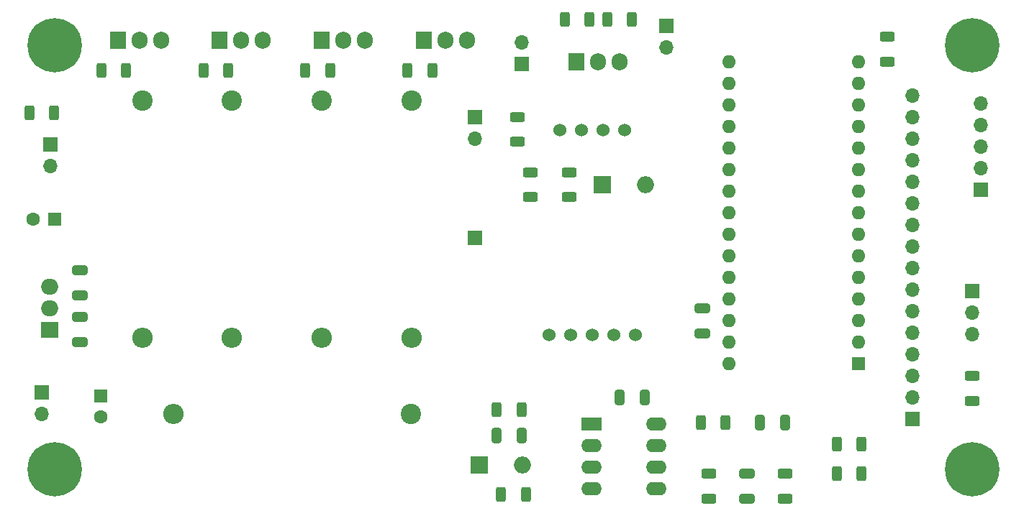
<source format=gbr>
%TF.GenerationSoftware,KiCad,Pcbnew,7.0.7*%
%TF.CreationDate,2023-11-30T13:52:08+01:00*%
%TF.ProjectId,CC_Load,43435f4c-6f61-4642-9e6b-696361645f70,rev?*%
%TF.SameCoordinates,Original*%
%TF.FileFunction,Soldermask,Top*%
%TF.FilePolarity,Negative*%
%FSLAX46Y46*%
G04 Gerber Fmt 4.6, Leading zero omitted, Abs format (unit mm)*
G04 Created by KiCad (PCBNEW 7.0.7) date 2023-11-30 13:52:08*
%MOMM*%
%LPD*%
G01*
G04 APERTURE LIST*
G04 Aperture macros list*
%AMRoundRect*
0 Rectangle with rounded corners*
0 $1 Rounding radius*
0 $2 $3 $4 $5 $6 $7 $8 $9 X,Y pos of 4 corners*
0 Add a 4 corners polygon primitive as box body*
4,1,4,$2,$3,$4,$5,$6,$7,$8,$9,$2,$3,0*
0 Add four circle primitives for the rounded corners*
1,1,$1+$1,$2,$3*
1,1,$1+$1,$4,$5*
1,1,$1+$1,$6,$7*
1,1,$1+$1,$8,$9*
0 Add four rect primitives between the rounded corners*
20,1,$1+$1,$2,$3,$4,$5,0*
20,1,$1+$1,$4,$5,$6,$7,0*
20,1,$1+$1,$6,$7,$8,$9,0*
20,1,$1+$1,$8,$9,$2,$3,0*%
G04 Aperture macros list end*
%ADD10RoundRect,0.250000X0.325000X0.650000X-0.325000X0.650000X-0.325000X-0.650000X0.325000X-0.650000X0*%
%ADD11O,1.700000X1.700000*%
%ADD12R,1.700000X1.700000*%
%ADD13R,2.400000X1.600000*%
%ADD14O,2.400000X1.600000*%
%ADD15R,2.000000X1.905000*%
%ADD16O,2.000000X1.905000*%
%ADD17RoundRect,0.250000X-0.312500X-0.625000X0.312500X-0.625000X0.312500X0.625000X-0.312500X0.625000X0*%
%ADD18RoundRect,0.250000X0.625000X-0.312500X0.625000X0.312500X-0.625000X0.312500X-0.625000X-0.312500X0*%
%ADD19RoundRect,0.250000X0.312500X0.625000X-0.312500X0.625000X-0.312500X-0.625000X0.312500X-0.625000X0*%
%ADD20C,2.400000*%
%ADD21O,2.400000X2.400000*%
%ADD22RoundRect,0.250000X-0.625000X0.312500X-0.625000X-0.312500X0.625000X-0.312500X0.625000X0.312500X0*%
%ADD23O,1.905000X2.000000*%
%ADD24R,1.905000X2.000000*%
%ADD25C,6.400000*%
%ADD26R,2.000000X2.000000*%
%ADD27O,2.000000X2.000000*%
%ADD28RoundRect,0.250000X-0.325000X-0.650000X0.325000X-0.650000X0.325000X0.650000X-0.325000X0.650000X0*%
%ADD29RoundRect,0.250000X-0.650000X0.325000X-0.650000X-0.325000X0.650000X-0.325000X0.650000X0.325000X0*%
%ADD30RoundRect,0.250000X0.650000X-0.325000X0.650000X0.325000X-0.650000X0.325000X-0.650000X-0.325000X0*%
%ADD31R,1.600000X1.600000*%
%ADD32C,1.600000*%
%ADD33C,1.524000*%
%ADD34O,1.600000X1.600000*%
G04 APERTURE END LIST*
D10*
%TO.C,C9*%
X125475000Y-77500000D03*
X122525000Y-77500000D03*
%TD*%
D11*
%TO.C,RV1*%
X164000000Y-70080000D03*
X164000000Y-67540000D03*
D12*
X164000000Y-65000000D03*
%TD*%
D13*
%TO.C,U2*%
X119175000Y-80700000D03*
D14*
X119175000Y-83240000D03*
X119175000Y-85780000D03*
X119175000Y-88320000D03*
X126795000Y-88320000D03*
X126795000Y-85780000D03*
X126795000Y-83240000D03*
X126795000Y-80700000D03*
%TD*%
D15*
%TO.C,U1*%
X55445000Y-69540000D03*
D16*
X55445000Y-67000000D03*
X55445000Y-64460000D03*
%TD*%
D12*
%TO.C,TH1*%
X105500000Y-44500000D03*
D11*
X105500000Y-47040000D03*
%TD*%
D17*
%TO.C,R24*%
X116037500Y-33000000D03*
X118962500Y-33000000D03*
%TD*%
D18*
%TO.C,R23*%
X154000000Y-35037500D03*
X154000000Y-37962500D03*
%TD*%
D19*
%TO.C,R22*%
X123962500Y-33000000D03*
X121037500Y-33000000D03*
%TD*%
D20*
%TO.C,R21*%
X97970000Y-79500000D03*
D21*
X70030000Y-79500000D03*
%TD*%
D17*
%TO.C,R20*%
X108037500Y-79000000D03*
X110962500Y-79000000D03*
%TD*%
D19*
%TO.C,R19*%
X108575000Y-89000000D03*
X111500000Y-89000000D03*
%TD*%
%TO.C,R18*%
X150962500Y-86500000D03*
X148037500Y-86500000D03*
%TD*%
D17*
%TO.C,R17*%
X150962500Y-83000000D03*
X148037500Y-83000000D03*
%TD*%
D18*
%TO.C,R16*%
X133000000Y-86537500D03*
X133000000Y-89462500D03*
%TD*%
D20*
%TO.C,R15*%
X98000000Y-42530000D03*
D21*
X98000000Y-70470000D03*
%TD*%
D20*
%TO.C,R14*%
X87450000Y-42530000D03*
D21*
X87450000Y-70470000D03*
%TD*%
D20*
%TO.C,R13*%
X76900000Y-42530000D03*
D21*
X76900000Y-70470000D03*
%TD*%
%TO.C,R12*%
X66350000Y-70470000D03*
D20*
X66350000Y-42530000D03*
%TD*%
D19*
%TO.C,R11*%
X100462500Y-39000000D03*
X97537500Y-39000000D03*
%TD*%
%TO.C,R10*%
X88462500Y-39000000D03*
X85537500Y-39000000D03*
%TD*%
%TO.C,R9*%
X76462500Y-39000000D03*
X73537500Y-39000000D03*
%TD*%
%TO.C,R8*%
X61537500Y-39000000D03*
X64462500Y-39000000D03*
%TD*%
%TO.C,R7*%
X132037500Y-80500000D03*
X134962500Y-80500000D03*
%TD*%
D22*
%TO.C,R6*%
X164000000Y-75000000D03*
X164000000Y-77925000D03*
%TD*%
D18*
%TO.C,R5*%
X142000000Y-86537500D03*
X142000000Y-89462500D03*
%TD*%
%TO.C,R4*%
X110500000Y-47425000D03*
X110500000Y-44500000D03*
%TD*%
D17*
%TO.C,R3*%
X55962500Y-44000000D03*
X53037500Y-44000000D03*
%TD*%
D22*
%TO.C,R2*%
X116540000Y-51000000D03*
X116540000Y-53925000D03*
%TD*%
D18*
%TO.C,R1*%
X112000000Y-53925000D03*
X112000000Y-51000000D03*
%TD*%
D23*
%TO.C,Q5*%
X122500000Y-38000000D03*
X119960000Y-38000000D03*
D24*
X117420000Y-38000000D03*
%TD*%
D23*
%TO.C,Q4*%
X104540000Y-35445000D03*
X102000000Y-35445000D03*
D24*
X99460000Y-35445000D03*
%TD*%
D23*
%TO.C,Q3*%
X92540000Y-35445000D03*
X90000000Y-35445000D03*
D24*
X87460000Y-35445000D03*
%TD*%
D23*
%TO.C,Q2*%
X80540000Y-35445000D03*
X78000000Y-35445000D03*
D24*
X75460000Y-35445000D03*
%TD*%
D23*
%TO.C,Q1*%
X68540000Y-35445000D03*
X66000000Y-35445000D03*
D24*
X63460000Y-35445000D03*
%TD*%
D12*
%TO.C,J7*%
X128000000Y-33725000D03*
D11*
X128000000Y-36265000D03*
%TD*%
D12*
%TO.C,J6*%
X165000000Y-53075000D03*
D11*
X165000000Y-50535000D03*
X165000000Y-47995000D03*
X165000000Y-45455000D03*
X165000000Y-42915000D03*
%TD*%
D12*
%TO.C,J5*%
X157000000Y-80100000D03*
D11*
X157000000Y-77560000D03*
X157000000Y-75020000D03*
X157000000Y-72480000D03*
X157000000Y-69940000D03*
X157000000Y-67400000D03*
X157000000Y-64860000D03*
X157000000Y-62320000D03*
X157000000Y-59780000D03*
X157000000Y-57240000D03*
X157000000Y-54700000D03*
X157000000Y-52160000D03*
X157000000Y-49620000D03*
X157000000Y-47080000D03*
X157000000Y-44540000D03*
X157000000Y-42000000D03*
%TD*%
D12*
%TO.C,J4*%
X111000000Y-38275000D03*
D11*
X111000000Y-35735000D03*
%TD*%
D12*
%TO.C,J3*%
X55500000Y-47725000D03*
D11*
X55500000Y-50265000D03*
%TD*%
%TO.C,J2*%
X54500000Y-79500000D03*
D12*
X54500000Y-76960000D03*
%TD*%
%TO.C,J1*%
X105500000Y-58770000D03*
%TD*%
D25*
%TO.C,H4*%
X164000000Y-86000000D03*
%TD*%
%TO.C,H3*%
X56000000Y-86000000D03*
%TD*%
%TO.C,H2*%
X164000000Y-36000000D03*
%TD*%
%TO.C,H1*%
X56000000Y-36000000D03*
%TD*%
D26*
%TO.C,D2*%
X105997500Y-85500000D03*
D27*
X111077500Y-85500000D03*
%TD*%
D26*
%TO.C,D1*%
X120500000Y-52500000D03*
D27*
X125580000Y-52500000D03*
%TD*%
D28*
%TO.C,C8*%
X108062500Y-82000000D03*
X111012500Y-82000000D03*
%TD*%
D29*
%TO.C,C7*%
X137500000Y-86525000D03*
X137500000Y-89475000D03*
%TD*%
D28*
%TO.C,C6*%
X139025000Y-80500000D03*
X141975000Y-80500000D03*
%TD*%
D29*
%TO.C,C5*%
X132250000Y-69975000D03*
X132250000Y-67025000D03*
%TD*%
%TO.C,C4*%
X59000000Y-62550000D03*
X59000000Y-65500000D03*
%TD*%
D30*
%TO.C,C3*%
X59000000Y-71000000D03*
X59000000Y-68050000D03*
%TD*%
D31*
%TO.C,C2*%
X56000000Y-56500000D03*
D32*
X53500000Y-56500000D03*
%TD*%
D31*
%TO.C,C1*%
X61500000Y-77317621D03*
D32*
X61500000Y-79817621D03*
%TD*%
D33*
%TO.C,A2*%
X114230000Y-70130000D03*
X116770000Y-70130000D03*
X119310000Y-70130000D03*
X121850000Y-70130000D03*
X124390000Y-70130000D03*
X115500000Y-46000000D03*
X118040000Y-46000000D03*
X120580000Y-46000000D03*
X123120000Y-46000000D03*
%TD*%
D31*
%TO.C,A1*%
X150610000Y-73550000D03*
D34*
X150610000Y-71010000D03*
X150610000Y-68470000D03*
X150610000Y-65930000D03*
X150610000Y-63390000D03*
X150610000Y-60850000D03*
X150610000Y-58310000D03*
X150610000Y-55770000D03*
X150610000Y-53230000D03*
X150610000Y-50690000D03*
X150610000Y-48150000D03*
X150610000Y-45610000D03*
X150610000Y-43070000D03*
X150610000Y-40530000D03*
X150610000Y-37990000D03*
X135370000Y-37990000D03*
X135370000Y-40530000D03*
X135370000Y-43070000D03*
X135370000Y-45610000D03*
X135370000Y-48150000D03*
X135370000Y-50690000D03*
X135370000Y-53230000D03*
X135370000Y-55770000D03*
X135370000Y-58310000D03*
X135370000Y-60850000D03*
X135370000Y-63390000D03*
X135370000Y-65930000D03*
X135370000Y-68470000D03*
X135370000Y-71010000D03*
X135370000Y-73550000D03*
%TD*%
M02*

</source>
